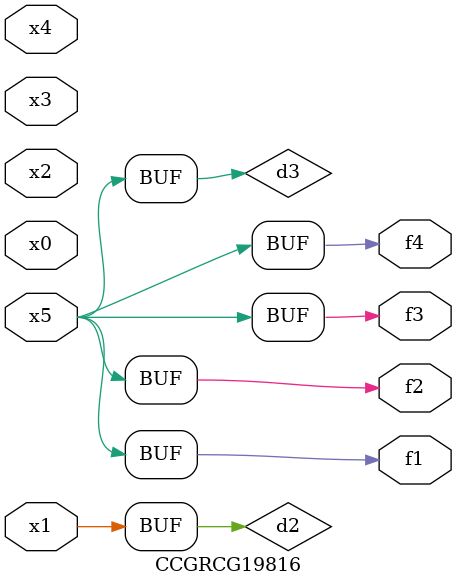
<source format=v>
module CCGRCG19816(
	input x0, x1, x2, x3, x4, x5,
	output f1, f2, f3, f4
);

	wire d1, d2, d3;

	not (d1, x5);
	or (d2, x1);
	xnor (d3, d1);
	assign f1 = d3;
	assign f2 = d3;
	assign f3 = d3;
	assign f4 = d3;
endmodule

</source>
